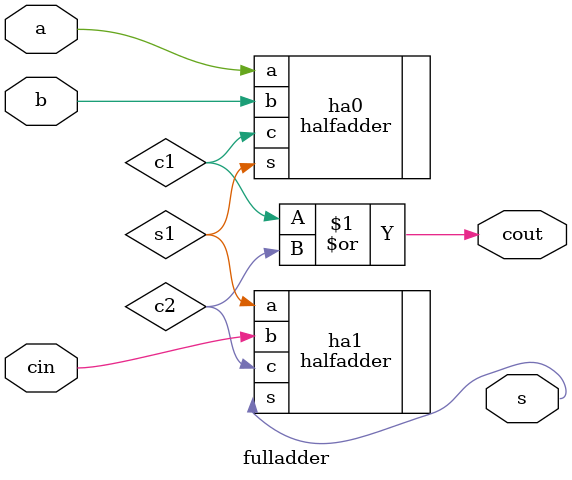
<source format=sv>
`timescale 1ns / 1ps


module fulladder(
    input a,
    input b,
    input cin,
    output cout,
    output s
    );
    
    wire c1, c2, s1;
    
    halfadder ha0(
    .a(a),
    .b(b),
    .c(c1),
    .s(s1)
    );
    
    halfadder ha1(
    .a(s1),
    .b(cin),
    .c(c2),
    .s(s)
    );
    
    assign cout = c1 | c2;       // this is the OR gate in the FA
endmodule

</source>
